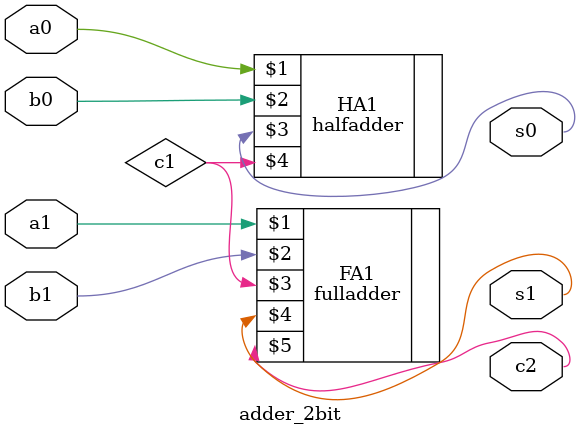
<source format=v>
`include "fulladder.v"

module adder_2bit(
    a0, a1, b0, b1, s0, s1, c2 
);

input a0, a1, b0, b1;
output s0, s1, c2;

wire c1;

halfadder HA1(a0, b0, s0, c1);
fulladder FA1(a1, b1, c1, s1, c2);

endmodule

</source>
